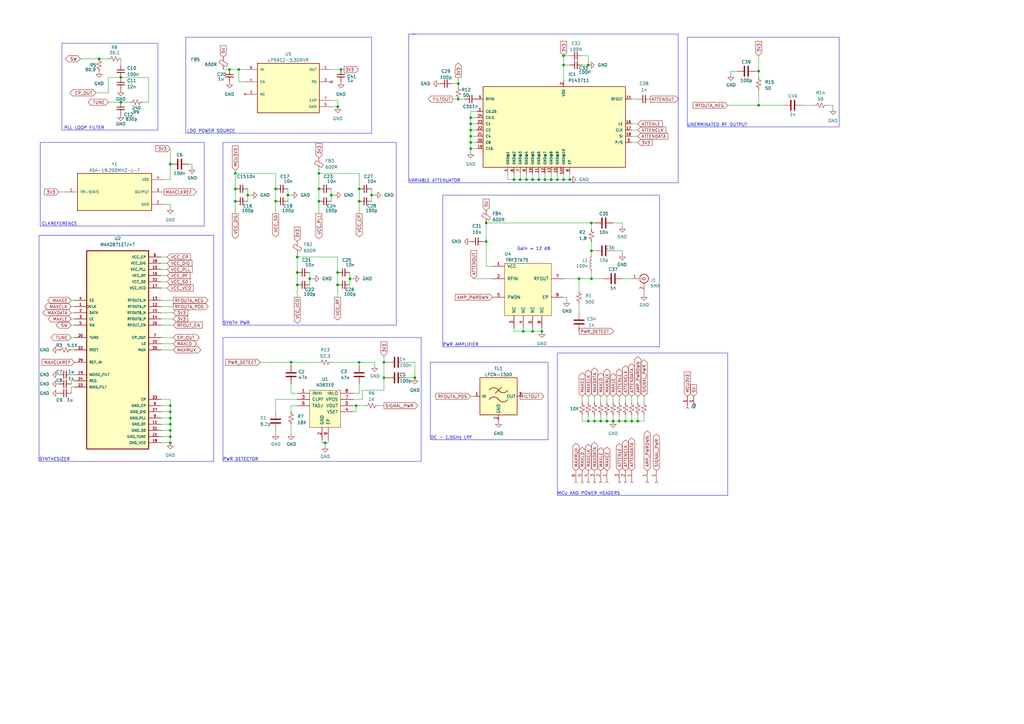
<source format=kicad_sch>
(kicad_sch (version 20230121) (generator eeschema)
  (paper "A3")
  (junction (at 193.04 58.42))
  (junction (at 138.43 111.76))
  (junction (at 248.92 172.72))
  (junction (at 256.54 172.72))
  (junction (at 133.35 181.61))
  (junction (at 97.9252 28.5038))
  (junction (at 138.5652 43.7438))
  (junction (at 251.46 172.72))
  (junction (at 218.44 135.89))
  (junction (at 231.14 22.86))
  (junction (at 139.8352 28.5038))
  (junction (at 242.57 114.3))
  (junction (at 254 172.72))
  (junction (at 146.05 166.37))
  (junction (at 241.3 26.67))
  (junction (at 157.48 154.94))
  (junction (at 223.52 73.66))
  (junction (at 311.15 43.18))
  (junction (at 228.6 73.66))
  (junction (at 199.39 99.06))
  (junction (at 193.04 48.26))
  (junction (at 69.85 171.45))
  (junction (at 311.15 29.21))
  (junction (at 113.03 77.47))
  (junction (at 152.4 80.01))
  (junction (at 135.89 80.01))
  (junction (at 69.85 67.31))
  (junction (at 121.92 116.84))
  (junction (at 226.06 73.66))
  (junction (at 220.98 73.66))
  (junction (at 246.38 172.72))
  (junction (at 187.96 40.64))
  (junction (at 69.85 179.07))
  (junction (at 69.85 166.37))
  (junction (at 243.84 172.72))
  (junction (at 49.53 31.75))
  (junction (at 96.52 77.47))
  (junction (at 69.85 168.91))
  (junction (at 199.39 91.44))
  (junction (at 210.82 73.66))
  (junction (at 193.04 60.96))
  (junction (at 113.03 82.55))
  (junction (at 96.52 71.12))
  (junction (at 69.85 173.99))
  (junction (at 193.04 53.34))
  (junction (at 215.9 73.66))
  (junction (at 193.04 50.8))
  (junction (at 187.96 34.29))
  (junction (at 147.32 77.47))
  (junction (at 241.3 172.72))
  (junction (at 222.25 135.89))
  (junction (at 49.53 41.91))
  (junction (at 127 114.3))
  (junction (at 147.32 82.55))
  (junction (at 193.04 55.88))
  (junction (at 237.49 114.3))
  (junction (at 101.6 80.01))
  (junction (at 213.36 73.66))
  (junction (at 130.81 71.12))
  (junction (at 259.08 172.72))
  (junction (at 233.68 73.66))
  (junction (at 118.11 80.01))
  (junction (at 170.18 154.94))
  (junction (at 40.64 24.13))
  (junction (at 69.85 176.53))
  (junction (at 143.51 114.3))
  (junction (at 157.48 148.59))
  (junction (at 130.81 77.47))
  (junction (at 231.14 73.66))
  (junction (at 214.63 135.89))
  (junction (at 242.57 102.87))
  (junction (at 130.81 82.55))
  (junction (at 218.44 73.66))
  (junction (at 119.38 148.59))
  (junction (at 121.92 111.76))
  (junction (at 96.52 82.55))
  (junction (at 242.57 91.44))
  (junction (at 138.43 116.84))
  (junction (at 94.1152 28.5038))
  (junction (at 261.62 172.72))
  (junction (at 147.32 148.59))
  (junction (at 231.14 26.67))
  (junction (at 69.85 181.61))
  (junction (at 121.92 105.41))
  (no_connect (at 136.0252 33.5838))
  (wire (pts (xy 241.3 162.56) (xy 241.3 165.1)))
  (wire (pts (xy 24.13 78.74) (xy 26.67 78.74)))
  (wire (pts (xy 193.04 48.26) (xy 195.58 48.26)))
  (wire (pts (xy 233.68 71.12) (xy 233.68 73.66)))
  (wire (pts (xy 255.27 91.44) (xy 255.27 92.71)))
  (wire (pts (xy 264.16 162.56) (xy 264.16 165.1)))
  (wire (pts (xy 220.98 73.66) (xy 223.52 73.66)))
  (wire (pts (xy 133.35 182.88) (xy 133.35 181.61)))
  (wire (pts (xy 130.81 71.12) (xy 130.81 77.47)))
  (wire (pts (xy 259.08 50.8) (xy 261.62 50.8)))
  (wire (pts (xy 299.72 29.21) (xy 299.72 30.48)))
  (wire (pts (xy 146.05 166.37) (xy 144.78 166.37)))
  (wire (pts (xy 113.03 77.47) (xy 113.03 71.12)))
  (wire (pts (xy 264.16 120.65) (xy 264.16 119.38)))
  (wire (pts (xy 222.25 137.16) (xy 222.25 135.89)))
  (wire (pts (xy 33.02 24.13) (xy 40.64 24.13)))
  (wire (pts (xy 309.88 29.21) (xy 311.15 29.21)))
  (wire (pts (xy 246.38 170.18) (xy 246.38 172.72)))
  (wire (pts (xy 49.53 31.75) (xy 44.45 31.75)))
  (wire (pts (xy 218.44 135.89) (xy 222.25 135.89)))
  (wire (pts (xy 238.76 22.86) (xy 241.3 22.86)))
  (wire (pts (xy 66.04 133.35) (xy 71.12 133.35)))
  (wire (pts (xy 144.78 168.91) (xy 146.05 168.91)))
  (wire (pts (xy 44.45 41.91) (xy 49.53 41.91)))
  (wire (pts (xy 66.04 173.99) (xy 69.85 173.99)))
  (wire (pts (xy 170.18 148.59) (xy 170.18 154.94)))
  (wire (pts (xy 251.46 91.44) (xy 255.27 91.44)))
  (wire (pts (xy 147.32 157.48) (xy 147.32 161.29)))
  (wire (pts (xy 254 162.56) (xy 254 165.1)))
  (wire (pts (xy 132.08 181.61) (xy 133.35 181.61)))
  (wire (pts (xy 255.27 102.87) (xy 255.27 104.14)))
  (wire (pts (xy 194.31 114.3) (xy 201.93 114.3)))
  (wire (pts (xy 66.04 166.37) (xy 69.85 166.37)))
  (wire (pts (xy 246.38 162.56) (xy 246.38 165.1)))
  (wire (pts (xy 243.84 102.87) (xy 242.57 102.87)))
  (polyline (pts (xy 16.51 58.42) (xy 83.82 58.42)))
  (wire (pts (xy 66.04 168.91) (xy 69.85 168.91)))
  (wire (pts (xy 130.81 77.47) (xy 130.81 82.55)))
  (wire (pts (xy 339.09 43.18) (xy 341.63 43.18)))
  (wire (pts (xy 241.3 172.72) (xy 243.84 172.72)))
  (wire (pts (xy 130.81 82.55) (xy 130.81 87.63)))
  (polyline (pts (xy 161.29 133.35) (xy 91.44 133.35)))
  (wire (pts (xy 259.08 170.18) (xy 259.08 172.72)))
  (wire (pts (xy 218.44 134.62) (xy 218.44 135.89)))
  (wire (pts (xy 154.94 166.37) (xy 157.48 166.37)))
  (wire (pts (xy 138.43 116.84) (xy 138.43 121.92)))
  (wire (pts (xy 69.85 83.82) (xy 69.85 85.09)))
  (wire (pts (xy 130.81 69.85) (xy 130.81 71.12)))
  (wire (pts (xy 40.64 24.13) (xy 44.45 24.13)))
  (polyline (pts (xy 16.51 58.42) (xy 16.51 92.71)))
  (wire (pts (xy 226.06 73.66) (xy 228.6 73.66)))
  (wire (pts (xy 119.38 173.99) (xy 119.38 177.8)))
  (wire (pts (xy 118.11 77.47) (xy 118.11 80.01)))
  (wire (pts (xy 66.04 113.03) (xy 68.58 113.03)))
  (wire (pts (xy 148.59 163.83) (xy 148.59 160.02)))
  (wire (pts (xy 78.74 67.31) (xy 78.74 68.58)))
  (wire (pts (xy 256.54 172.72) (xy 259.08 172.72)))
  (wire (pts (xy 69.85 176.53) (xy 69.85 179.07)))
  (wire (pts (xy 121.92 166.37) (xy 119.38 166.37)))
  (wire (pts (xy 215.9 73.66) (xy 218.44 73.66)))
  (wire (pts (xy 29.21 156.21) (xy 29.21 157.48)))
  (wire (pts (xy 256.54 162.56) (xy 256.54 165.1)))
  (wire (pts (xy 213.36 73.66) (xy 215.9 73.66)))
  (wire (pts (xy 341.63 44.45) (xy 341.63 43.18)))
  (wire (pts (xy 134.62 181.61) (xy 134.62 180.34)))
  (wire (pts (xy 187.96 34.29) (xy 187.96 35.56)))
  (wire (pts (xy 119.38 161.29) (xy 121.92 161.29)))
  (wire (pts (xy 193.04 53.34) (xy 193.04 55.88)))
  (wire (pts (xy 113.03 163.83) (xy 113.03 168.91)))
  (wire (pts (xy 246.38 172.72) (xy 248.92 172.72)))
  (wire (pts (xy 231.14 121.92) (xy 232.41 121.92)))
  (wire (pts (xy 226.06 71.12) (xy 226.06 73.66)))
  (wire (pts (xy 243.84 170.18) (xy 243.84 172.72)))
  (wire (pts (xy 136.0252 43.7438) (xy 138.5652 43.7438)))
  (wire (pts (xy 66.04 171.45) (xy 69.85 171.45)))
  (wire (pts (xy 251.46 162.56) (xy 251.46 165.1)))
  (wire (pts (xy 135.89 80.01) (xy 135.89 82.55)))
  (wire (pts (xy 97.9252 28.5038) (xy 100.4652 28.5038)))
  (wire (pts (xy 157.48 148.59) (xy 157.48 146.05)))
  (wire (pts (xy 185.42 40.64) (xy 187.96 40.64)))
  (wire (pts (xy 121.92 105.41) (xy 121.92 111.76)))
  (wire (pts (xy 136.0252 41.2038) (xy 138.5652 41.2038)))
  (polyline (pts (xy 83.82 92.71) (xy 69.85 92.71)))
  (wire (pts (xy 66.04 125.73) (xy 71.12 125.73)))
  (wire (pts (xy 49.53 24.13) (xy 49.53 26.67)))
  (wire (pts (xy 231.14 73.66) (xy 233.68 73.66)))
  (wire (pts (xy 66.04 181.61) (xy 69.85 181.61)))
  (wire (pts (xy 118.11 80.01) (xy 119.38 80.01)))
  (polyline (pts (xy 64.77 17.78) (xy 64.77 53.34)))
  (wire (pts (xy 259.08 162.56) (xy 259.08 165.1)))
  (wire (pts (xy 199.39 91.44) (xy 199.39 99.06)))
  (wire (pts (xy 67.31 73.66) (xy 69.85 73.66)))
  (wire (pts (xy 96.52 71.12) (xy 96.52 77.47)))
  (wire (pts (xy 157.48 160.02) (xy 157.48 154.94)))
  (wire (pts (xy 259.08 40.64) (xy 261.62 40.64)))
  (wire (pts (xy 121.92 116.84) (xy 121.92 121.92)))
  (wire (pts (xy 259.08 55.88) (xy 261.62 55.88)))
  (wire (pts (xy 44.45 31.75) (xy 44.45 38.1)))
  (wire (pts (xy 69.85 179.07) (xy 69.85 181.61)))
  (wire (pts (xy 113.03 77.47) (xy 113.03 82.55)))
  (wire (pts (xy 147.32 161.29) (xy 144.78 161.29)))
  (wire (pts (xy 210.82 134.62) (xy 210.82 135.89)))
  (wire (pts (xy 121.92 104.14) (xy 121.92 105.41)))
  (wire (pts (xy 158.75 148.59) (xy 157.48 148.59)))
  (wire (pts (xy 60.96 31.75) (xy 60.96 41.91)))
  (polyline (pts (xy 16.002 96.52) (xy 87.63 96.52)))
  (wire (pts (xy 237.49 114.3) (xy 242.57 114.3)))
  (wire (pts (xy 259.08 114.3) (xy 255.27 114.3)))
  (wire (pts (xy 67.31 83.82) (xy 69.85 83.82)))
  (wire (pts (xy 136.0252 28.5038) (xy 139.8352 28.5038)))
  (wire (pts (xy 208.28 73.66) (xy 210.82 73.66)))
  (wire (pts (xy 147.32 71.12) (xy 130.81 71.12)))
  (wire (pts (xy 66.04 176.53) (xy 69.85 176.53)))
  (wire (pts (xy 148.59 160.02) (xy 157.48 160.02)))
  (wire (pts (xy 147.32 148.59) (xy 153.67 148.59)))
  (wire (pts (xy 29.21 143.51) (xy 30.48 143.51)))
  (wire (pts (xy 242.57 114.3) (xy 242.57 111.76)))
  (wire (pts (xy 261.62 162.56) (xy 261.62 165.1)))
  (wire (pts (xy 210.82 73.66) (xy 213.36 73.66)))
  (wire (pts (xy 157.48 154.94) (xy 157.48 148.59)))
  (polyline (pts (xy 16.002 96.52) (xy 16.002 189.23)))
  (wire (pts (xy 152.4 80.01) (xy 152.4 82.55)))
  (wire (pts (xy 254 170.18) (xy 254 172.72)))
  (wire (pts (xy 139.8352 28.5038) (xy 141.1052 28.5038)))
  (wire (pts (xy 29.21 130.81) (xy 30.48 130.81)))
  (wire (pts (xy 238.76 172.72) (xy 241.3 172.72)))
  (wire (pts (xy 29.21 158.75) (xy 29.21 161.29)))
  (wire (pts (xy 29.21 153.67) (xy 30.48 153.67)))
  (wire (pts (xy 29.21 125.73) (xy 30.48 125.73)))
  (wire (pts (xy 66.04 128.27) (xy 71.12 128.27)))
  (wire (pts (xy 231.14 22.86) (xy 233.68 22.86)))
  (wire (pts (xy 213.36 71.12) (xy 213.36 73.66)))
  (wire (pts (xy 201.93 109.22) (xy 199.39 109.22)))
  (wire (pts (xy 135.89 77.47) (xy 135.89 80.01)))
  (wire (pts (xy 132.08 180.34) (xy 132.08 181.61)))
  (polyline (pts (xy 152.4 54.61) (xy 76.2 54.61)))
  (wire (pts (xy 241.3 22.86) (xy 241.3 26.67)))
  (wire (pts (xy 69.85 168.91) (xy 69.85 171.45)))
  (wire (pts (xy 261.62 170.18) (xy 261.62 172.72)))
  (wire (pts (xy 223.52 71.12) (xy 223.52 73.66)))
  (wire (pts (xy 311.15 43.18) (xy 298.45 43.18)))
  (wire (pts (xy 144.78 163.83) (xy 148.59 163.83)))
  (wire (pts (xy 251.46 170.18) (xy 251.46 172.72)))
  (wire (pts (xy 135.89 80.01) (xy 137.16 80.01)))
  (wire (pts (xy 166.37 154.94) (xy 170.18 154.94)))
  (wire (pts (xy 238.76 162.56) (xy 238.76 165.1)))
  (wire (pts (xy 251.46 172.72) (xy 254 172.72)))
  (wire (pts (xy 193.04 55.88) (xy 193.04 58.42)))
  (wire (pts (xy 237.49 124.46) (xy 237.49 128.27)))
  (polyline (pts (xy 64.77 53.34) (xy 25.4 53.34)))
  (wire (pts (xy 147.32 77.47) (xy 147.32 82.55)))
  (wire (pts (xy 135.89 148.59) (xy 147.32 148.59)))
  (wire (pts (xy 119.38 157.48) (xy 119.38 161.29)))
  (wire (pts (xy 242.57 91.44) (xy 242.57 93.98)))
  (wire (pts (xy 231.14 114.3) (xy 237.49 114.3)))
  (wire (pts (xy 259.08 53.34) (xy 261.62 53.34)))
  (wire (pts (xy 66.04 107.95) (xy 68.58 107.95)))
  (wire (pts (xy 101.6 80.01) (xy 102.87 80.01)))
  (wire (pts (xy 153.67 148.59) (xy 153.67 149.86)))
  (polyline (pts (xy 25.4 17.78) (xy 64.77 17.78)))
  (wire (pts (xy 311.15 36.83) (xy 311.15 43.18)))
  (wire (pts (xy 66.04 138.43) (xy 71.12 138.43)))
  (wire (pts (xy 147.32 77.47) (xy 147.32 71.12)))
  (wire (pts (xy 97.9252 33.5838) (xy 100.4652 33.5838)))
  (wire (pts (xy 29.21 156.21) (xy 30.48 156.21)))
  (wire (pts (xy 193.04 60.96) (xy 195.58 60.96)))
  (wire (pts (xy 29.21 133.35) (xy 30.48 133.35)))
  (wire (pts (xy 143.51 111.76) (xy 143.51 114.3)))
  (wire (pts (xy 138.5652 41.2038) (xy 138.5652 43.7438)))
  (wire (pts (xy 121.92 163.83) (xy 113.03 163.83)))
  (wire (pts (xy 195.58 45.72) (xy 193.04 45.72)))
  (wire (pts (xy 121.92 111.76) (xy 121.92 116.84)))
  (wire (pts (xy 66.04 110.49) (xy 68.58 110.49)))
  (wire (pts (xy 143.51 114.3) (xy 144.78 114.3)))
  (wire (pts (xy 193.04 50.8) (xy 195.58 50.8)))
  (wire (pts (xy 243.84 91.44) (xy 242.57 91.44)))
  (wire (pts (xy 259.08 172.72) (xy 261.62 172.72)))
  (wire (pts (xy 146.05 166.37) (xy 149.86 166.37)))
  (wire (pts (xy 264.16 170.18) (xy 264.16 172.72)))
  (wire (pts (xy 58.42 41.91) (xy 60.96 41.91)))
  (polyline (pts (xy 87.63 189.23) (xy 16.002 189.23)))
  (wire (pts (xy 66.04 179.07) (xy 69.85 179.07)))
  (wire (pts (xy 194.31 162.56) (xy 193.04 162.56)))
  (wire (pts (xy 69.85 163.83) (xy 69.85 166.37)))
  (wire (pts (xy 66.04 115.57) (xy 68.58 115.57)))
  (wire (pts (xy 193.04 58.42) (xy 195.58 58.42)))
  (wire (pts (xy 228.6 71.12) (xy 228.6 73.66)))
  (wire (pts (xy 238.76 26.67) (xy 241.3 26.67)))
  (wire (pts (xy 237.49 119.38) (xy 237.49 114.3)))
  (wire (pts (xy 66.04 105.41) (xy 68.58 105.41)))
  (wire (pts (xy 208.28 71.12) (xy 208.28 73.66)))
  (wire (pts (xy 187.96 31.75) (xy 187.96 34.29)))
  (polyline (pts (xy 162.56 58.42) (xy 162.56 133.35)))
  (wire (pts (xy 311.15 43.18) (xy 321.31 43.18)))
  (wire (pts (xy 248.92 170.18) (xy 248.92 172.72)))
  (wire (pts (xy 193.04 50.8) (xy 193.04 53.34)))
  (wire (pts (xy 311.15 29.21) (xy 311.15 22.86)))
  (wire (pts (xy 91.5752 28.5038) (xy 94.1152 28.5038)))
  (polyline (pts (xy 87.63 96.52) (xy 87.63 189.23)))
  (wire (pts (xy 69.85 171.45) (xy 69.85 173.99)))
  (wire (pts (xy 49.53 31.75) (xy 60.96 31.75)))
  (wire (pts (xy 166.37 148.59) (xy 170.18 148.59)))
  (wire (pts (xy 199.39 99.06) (xy 199.39 109.22)))
  (wire (pts (xy 158.75 154.94) (xy 157.48 154.94)))
  (wire (pts (xy 152.4 80.01) (xy 153.67 80.01)))
  (wire (pts (xy 97.9252 28.5038) (xy 97.9252 33.5838)))
  (wire (pts (xy 138.43 105.41) (xy 121.92 105.41)))
  (wire (pts (xy 193.04 45.72) (xy 193.04 48.26)))
  (wire (pts (xy 152.4 77.47) (xy 152.4 80.01)))
  (wire (pts (xy 231.14 22.86) (xy 231.14 26.67)))
  (wire (pts (xy 94.1152 28.5038) (xy 97.9252 28.5038)))
  (polyline (pts (xy 76.2 54.61) (xy 76.2 15.24)))
  (wire (pts (xy 146.05 168.91) (xy 146.05 166.37)))
  (wire (pts (xy 69.85 173.99) (xy 69.85 176.53)))
  (wire (pts (xy 119.38 148.59) (xy 130.81 148.59)))
  (polyline (pts (xy 83.82 58.42) (xy 83.82 92.71)))
  (wire (pts (xy 228.6 73.66) (xy 231.14 73.66)))
  (wire (pts (xy 66.04 163.83) (xy 69.85 163.83)))
  (wire (pts (xy 238.76 170.18) (xy 238.76 172.72)))
  (polyline (pts (xy 64.77 92.71) (xy 69.85 92.71)))
  (wire (pts (xy 49.53 41.91) (xy 53.34 41.91)))
  (wire (pts (xy 243.84 172.72) (xy 246.38 172.72)))
  (wire (pts (xy 143.51 114.3) (xy 143.51 116.84)))
  (polyline (pts (xy 161.29 58.42) (xy 162.56 58.42)))
  (wire (pts (xy 220.98 71.12) (xy 220.98 73.66)))
  (polyline (pts (xy 167.64 74.93) (xy 167.64 13.97)))
  (wire (pts (xy 251.46 102.87) (xy 255.27 102.87)))
  (wire (pts (xy 218.44 71.12) (xy 218.44 73.66)))
  (wire (pts (xy 214.63 162.56) (xy 213.36 162.56)))
  (wire (pts (xy 242.57 104.14) (xy 242.57 102.87)))
  (wire (pts (xy 96.52 82.55) (xy 96.52 87.63)))
  (wire (pts (xy 127 111.76) (xy 127 114.3)))
  (wire (pts (xy 193.04 60.96) (xy 193.04 62.23)))
  (wire (pts (xy 243.84 162.56) (xy 243.84 165.1)))
  (wire (pts (xy 222.25 135.89) (xy 222.25 134.62)))
  (wire (pts (xy 101.6 77.47) (xy 101.6 80.01)))
  (polyline (pts (xy 25.4 17.78) (xy 25.4 53.34)))
  (wire (pts (xy 193.04 55.88) (xy 195.58 55.88)))
  (wire (pts (xy 113.03 71.12) (xy 96.52 71.12)))
  (wire (pts (xy 247.65 114.3) (xy 242.57 114.3)))
  (wire (pts (xy 29.21 138.43) (xy 30.48 138.43)))
  (polyline (pts (xy 278.13 13.97) (xy 278.13 74.93)))
  (polyline (pts (xy 167.64 13.97) (xy 170.18 13.97)))
  (wire (pts (xy 187.96 40.64) (xy 190.5 40.64)))
  (wire (pts (xy 214.63 135.89) (xy 218.44 135.89)))
  (wire (pts (xy 215.9 71.12) (xy 215.9 73.66)))
  (wire (pts (xy 218.44 73.66) (xy 220.98 73.66)))
  (wire (pts (xy 248.92 172.72) (xy 251.46 172.72)))
  (wire (pts (xy 69.85 67.31) (xy 69.85 73.66)))
  (wire (pts (xy 29.21 123.19) (xy 30.48 123.19)))
  (wire (pts (xy 302.26 29.21) (xy 299.72 29.21)))
  (wire (pts (xy 185.42 34.29) (xy 187.96 34.29)))
  (wire (pts (xy 231.14 26.67) (xy 233.68 26.67)))
  (wire (pts (xy 223.52 73.66) (xy 226.06 73.66)))
  (wire (pts (xy 147.32 82.55) (xy 147.32 87.63)))
  (wire (pts (xy 193.04 48.26) (xy 193.04 50.8)))
  (wire (pts (xy 133.35 181.61) (xy 134.62 181.61)))
  (wire (pts (xy 66.04 140.97) (xy 71.12 140.97)))
  (polyline (pts (xy 76.2 15.24) (xy 152.4 15.24)))
  (wire (pts (xy 77.47 67.31) (xy 78.74 67.31)))
  (wire (pts (xy 231.14 21.59) (xy 231.14 22.86)))
  (wire (pts (xy 328.93 43.18) (xy 334.01 43.18)))
  (wire (pts (xy 256.54 170.18) (xy 256.54 172.72)))
  (wire (pts (xy 30.48 158.75) (xy 29.21 158.75)))
  (wire (pts (xy 66.04 123.19) (xy 71.12 123.19)))
  (wire (pts (xy 127 114.3) (xy 128.27 114.3)))
  (polyline (pts (xy 278.13 74.93) (xy 167.64 74.93)))
  (wire (pts (xy 66.04 118.11) (xy 68.58 118.11)))
  (wire (pts (xy 259.08 58.42) (xy 261.62 58.42)))
  (wire (pts (xy 66.04 130.81) (xy 71.12 130.81)))
  (wire (pts (xy 231.14 26.67) (xy 231.14 33.02)))
  (wire (pts (xy 214.63 134.62) (xy 214.63 135.89)))
  (polyline (pts (xy 91.44 58.42) (xy 91.44 133.35)))
  (wire (pts (xy 248.92 162.56) (xy 248.92 165.1)))
  (wire (pts (xy 113.03 177.8) (xy 113.03 176.53)))
  (wire (pts (xy 69.85 60.96) (xy 69.85 67.31)))
  (wire (pts (xy 261.62 172.72) (xy 264.16 172.72)))
  (wire (pts (xy 96.52 69.85) (xy 96.52 71.12)))
  (wire (pts (xy 311.15 29.21) (xy 311.15 31.75)))
  (wire (pts (xy 232.41 121.92) (xy 232.41 123.19)))
  (wire (pts (xy 66.04 143.51) (xy 71.12 143.51)))
  (wire (pts (xy 242.57 99.06) (xy 242.57 102.87)))
  (polyline (pts (xy 161.29 133.35) (xy 162.56 133.35)))
  (wire (pts (xy 193.04 53.34) (xy 195.58 53.34)))
  (wire (pts (xy 119.38 148.59) (xy 119.38 149.86)))
  (polyline (pts (xy 91.44 58.42) (xy 161.29 58.42)))
  (polyline (pts (xy 64.77 92.71) (xy 16.51 92.71)))
  (wire (pts (xy 193.04 58.42) (xy 193.04 60.96)))
  (wire (pts (xy 96.52 77.47) (xy 96.52 82.55)))
  (wire (pts (xy 119.38 166.37) (xy 119.38 168.91)))
  (wire (pts (xy 210.82 71.12) (xy 210.82 73.66)))
  (polyline (pts (xy 152.4 15.24) (xy 152.4 54.61)))
  (wire (pts (xy 199.39 91.44) (xy 242.57 91.44)))
  (wire (pts (xy 44.45 38.1) (xy 39.37 38.1)))
  (wire (pts (xy 138.43 111.76) (xy 138.43 105.41)))
  (wire (pts (xy 106.68 148.59) (xy 119.38 148.59)))
  (wire (pts (xy 138.43 111.76) (xy 138.43 116.84)))
  (wire (pts (xy 101.6 80.01) (xy 101.6 82.55)))
  (wire (pts (xy 241.3 170.18) (xy 241.3 172.72)))
  (wire (pts (xy 118.11 80.01) (xy 118.11 82.55)))
  (wire (pts (xy 210.82 135.89) (xy 214.63 135.89)))
  (wire (pts (xy 29.21 128.27) (xy 30.48 128.27)))
  (wire (pts (xy 231.14 71.12) (xy 231.14 73.66)))
  (wire (pts (xy 254 172.72) (xy 256.54 172.72)))
  (wire (pts (xy 69.85 166.37) (xy 69.85 168.91)))
  (wire (pts (xy 147.32 148.59) (xy 147.32 149.86)))
  (wire (pts (xy 127 114.3) (xy 127 116.84)))
  (wire (pts (xy 198.12 99.06) (xy 199.39 99.06)))
  (polyline (pts (xy 168.91 13.97) (xy 278.13 13.97)))
  (wire (pts (xy 113.03 82.55) (xy 113.03 87.63)))
  (rectangle (start 176.53 148.59) (end 224.79 180.34))
  (rectangle (start 281.94 15.24) (end 344.17 52.07))
  (rectangle (start 91.44 138.43) (end 172.72 189.23))
  (rectangle (start 181.61 80.01) (end 270.51 142.24))
  (rectangle (start 228.6 144.78) (end 298.45 203.2))
  (text "DC - 1.5GHz LPF" (at 176.53 180.34 0) (effects (font (size 1.27 1.27)) (justify left bottom)))
  (text "MCU AND POWER HEADERS" (at 228.6 203.2 0) (effects (font (size 1.27 1.27)) (justify left bottom)))
  (text "LDO POWER SOURCE" (at 76.6805 54.61 0) (effects (font (size 1.27 1.27)) (justify left bottom)))
  (text "UNERMINATED RF OUTPUT" (at 281.94 52.07 0) (effects (font (size 1.27 1.27)) (justify left bottom)))
  (text "SYNTH PWR" (at 91.44 133.35 0) (effects (font (size 1.27 1.27)) (justify left bottom)))
  (text "VARIABLE ATTENUATOR\n" (at 167.64 74.93 0) (effects (font (size 1.27 1.27)) (justify left bottom)))
  (text "Gain = 12 dB" (at 212.09 102.87 0) (effects (font (size 1.27 1.27)) (justify left bottom)))
  (text "PWR DETECTOR" (at 91.44 189.23 0) (effects (font (size 1.27 1.27)) (justify left bottom)))
  (text "PWR AMPLIFIER" (at 181.61 142.24 0) (effects (font (size 1.27 1.27)) (justify left bottom)))
  (text "CLKREFERENCE" (at 31.75 92.71 0) (effects (font (size 1.27 1.27)) (justify right bottom)))
  (text "PLL LOOP FILTER" (at 26.2733 53.34 0) (effects (font (size 1.27 1.27)) (justify left bottom)))
  (text "SYNTHESIZER" (at 16.002 189.23 0) (effects (font (size 1.27 1.27)) (justify left bottom)))
  (global_label "MAXMUX" (shape bidirectional) (at 236.22 193.04 90) (property "Intersheetrefs" "${INTERSHEET_REFS}" (effects hide)))
  (global_label "RFOUTA_NEG" (shape input) (at 298.45 43.18 180) (property "Intersheetrefs" "${INTERSHEET_REFS}" (effects hide)))
  (global_label "MAXMUX" (shape bidirectional) (at 248.92 162.56 90) (property "Intersheetrefs" "${INTERSHEET_REFS}" (effects hide)))
  (global_label "VCC_DIG" (shape output) (at 96.52 87.63 270) (property "Intersheetrefs" "${INTERSHEET_REFS}" (effects hide)))
  (global_label "AMP_PWRDWN" (shape bidirectional) (at 265.43 193.04 90) (property "Intersheetrefs" "${INTERSHEET_REFS}" (effects hide)))
  (global_label "5V" (shape input) (at 284.48 162.56 90) (property "Intersheetrefs" "${INTERSHEET_REFS}" (effects hide)))
  (global_label "ATTENCLK" (shape bidirectional) (at 256.54 193.04 90) (property "Intersheetrefs" "${INTERSHEET_REFS}" (effects hide)))
  (global_label "MAXCLK" (shape bidirectional) (at 29.21 125.73 180) (property "Intersheetrefs" "${INTERSHEET_REFS}" (effects hide)))
  (global_label "MAXCLK" (shape bidirectional) (at 241.3 193.04 90) (property "Intersheetrefs" "${INTERSHEET_REFS}" (effects hide)))
  (global_label "MCU3V3" (shape input) (at 96.52 69.85 90) (property "Intersheetrefs" "${INTERSHEET_REFS}" (effects hide)))
  (global_label "AMP_PWRDWN" (shape bidirectional) (at 261.62 162.56 90) (property "Intersheetrefs" "${INTERSHEET_REFS}" (effects hide)))
  (global_label "3V3" (shape input) (at 24.13 78.74 180) (property "Intersheetrefs" "${INTERSHEET_REFS}" (effects hide)))
  (global_label "3V3" (shape output) (at 141.1052 28.5038 0) (property "Intersheetrefs" "${INTERSHEET_REFS}" (effects hide)))
  (global_label "MAXMUX" (shape bidirectional) (at 71.12 143.51 0) (property "Intersheetrefs" "${INTERSHEET_REFS}" (effects hide)))
  (global_label "MAXCLKREF" (shape input) (at 30.48 148.59 180) (property "Intersheetrefs" "${INTERSHEET_REFS}" (effects hide)))
  (global_label "3V3" (shape input) (at 231.14 22.86 90) (property "Intersheetrefs" "${INTERSHEET_REFS}" (effects hide)))
  (global_label "VCC_RF" (shape output) (at 138.43 121.92 270) (property "Intersheetrefs" "${INTERSHEET_REFS}" (effects hide)))
  (global_label "MAXLE" (shape bidirectional) (at 29.21 130.81 180) (property "Intersheetrefs" "${INTERSHEET_REFS}" (effects hide)))
  (global_label "SIGNAL_PWR" (shape bidirectional) (at 269.24 193.04 90) (property "Intersheetrefs" "${INTERSHEET_REFS}" (effects hide)))
  (global_label "RFOUTA_POS" (shape output) (at 71.12 125.73 0) (property "Intersheetrefs" "${INTERSHEET_REFS}" (effects hide)))
  (global_label "ATTENLE" (shape bidirectional) (at 254 162.56 90) (property "Intersheetrefs" "${INTERSHEET_REFS}" (effects hide)))
  (global_label "VCC_VCO" (shape input) (at 68.58 118.11 0) (property "Intersheetrefs" "${INTERSHEET_REFS}" (effects hide)))
  (global_label "MAXCE" (shape bidirectional) (at 29.21 123.19 180) (property "Intersheetrefs" "${INTERSHEET_REFS}" (effects hide)))
  (global_label "RFOUT_EN" (shape input) (at 71.12 133.35 0) (property "Intersheetrefs" "${INTERSHEET_REFS}" (effects hide)))
  (global_label "CP_OUT" (shape bidirectional) (at 39.37 38.1 180) (property "Intersheetrefs" "${INTERSHEET_REFS}" (effects hide)))
  (global_label "VCC_RF" (shape input) (at 68.58 113.03 0) (property "Intersheetrefs" "${INTERSHEET_REFS}" (effects hide)))
  (global_label "TUNE" (shape bidirectional) (at 29.21 138.43 180) (property "Intersheetrefs" "${INTERSHEET_REFS}" (effects hide)))
  (global_label "ATTENCLK" (shape bidirectional) (at 256.54 162.56 90) (property "Intersheetrefs" "${INTERSHEET_REFS}" (effects hide)))
  (global_label "CP_OUT" (shape bidirectional) (at 71.12 138.43 0) (property "Intersheetrefs" "${INTERSHEET_REFS}" (effects hide)))
  (global_label "TUNE" (shape bidirectional) (at 44.45 41.91 180) (property "Intersheetrefs" "${INTERSHEET_REFS}" (effects hide)))
  (global_label "ATTENOUT" (shape input) (at 194.31 114.3 90) (property "Intersheetrefs" "${INTERSHEET_REFS}" (effects hide)))
  (global_label "VCC_DIG" (shape input) (at 68.58 107.95 0) (property "Intersheetrefs" "${INTERSHEET_REFS}" (effects hide)))
  (global_label "3V3" (shape output) (at 187.96 31.75 90) (property "Intersheetrefs" "${INTERSHEET_REFS}" (effects hide)))
  (global_label "MAXCE" (shape bidirectional) (at 238.76 162.56 90) (property "Intersheetrefs" "${INTERSHEET_REFS}" (effects hide)))
  (global_label "ATTENLE" (shape bidirectional) (at 254 193.04 90) (property "Intersheetrefs" "${INTERSHEET_REFS}" (effects hide)))
  (global_label "MAXLE" (shape bidirectional) (at 246.38 193.04 90) (property "Intersheetrefs" "${INTERSHEET_REFS}" (effects hide)))
  (global_label "AMP_PWRDWN" (shape input) (at 201.93 121.92 180) (property "Intersheetrefs" "${INTERSHEET_REFS}" (effects hide)))
  (global_label "MAXLE" (shape bidirectional) (at 251.46 162.56 90) (property "Intersheetrefs" "${INTERSHEET_REFS}" (effects hide)))
  (global_label "FILTOUT" (shape output) (at 185.42 40.64 180) (property "Intersheetrefs" "${INTERSHEET_REFS}" (effects hide)))
  (global_label "SIGNAL_PWR" (shape bidirectional) (at 264.16 162.56 90) (property "Intersheetrefs" "${INTERSHEET_REFS}" (effects hide)))
  (global_label "FILTOUT" (shape output) (at 213.36 162.56 0) (property "Intersheetrefs" "${INTERSHEET_REFS}" (effects hide)))
  (global_label "5V" (shape input) (at 91.5752 23.4238 90) (property "Intersheetrefs" "${INTERSHEET_REFS}" (effects hide)))
  (global_label "VCC_VCO" (shape output) (at 121.92 121.92 270) (property "Intersheetrefs" "${INTERSHEET_REFS}" (effects hide)))
  (global_label "ATTENDATA" (shape bidirectional) (at 259.08 162.56 90) (property "Intersheetrefs" "${INTERSHEET_REFS}" (effects hide)))
  (global_label "VCC_SD" (shape output) (at 113.03 87.63 270) (property "Intersheetrefs" "${INTERSHEET_REFS}" (effects hide)))
  (global_label "MAXLD" (shape bidirectional) (at 238.76 193.04 90) (property "Intersheetrefs" "${INTERSHEET_REFS}" (effects hide)))
  (global_label "3V3" (shape input) (at 71.12 128.27 0) (property "Intersheetrefs" "${INTERSHEET_REFS}" (effects hide)))
  (global_label "VCC_PLL" (shape output) (at 130.81 87.63 270) (property "Intersheetrefs" "${INTERSHEET_REFS}" (effects hide)))
  (global_label "MAXCLKREF" (shape output) (at 67.31 78.74 0) (property "Intersheetrefs" "${INTERSHEET_REFS}" (effects hide)))
  (global_label "SW" (shape bidirectional) (at 29.21 133.35 180) (property "Intersheetrefs" "${INTERSHEET_REFS}" (effects hide)))
  (global_label "MAXDATA" (shape bidirectional) (at 29.21 128.27 180) (property "Intersheetrefs" "${INTERSHEET_REFS}" (effects hide)))
  (global_label "3V3" (shape input) (at 121.92 99.06 90) (property "Intersheetrefs" "${INTERSHEET_REFS}" (effects hide)))
  (global_label "3V3" (shape input) (at 261.62 58.42 0) (property "Intersheetrefs" "${INTERSHEET_REFS}" (effects hide)))
  (global_label "ATTENDATA" (shape input) (at 261.62 55.88 0) (property "Intersheetrefs" "${INTERSHEET_REFS}" (effects hide)))
  (global_label "MAXLD" (shape bidirectional) (at 246.38 162.56 90) (property "Intersheetrefs" "${INTERSHEET_REFS}" (effects hide)))
  (global_label "3V3" (shape input) (at 311.15 22.86 90) (property "Intersheetrefs" "${INTERSHEET_REFS}" (effects hide)))
  (global_label "MAXCE" (shape bidirectional) (at 248.92 193.04 90) (property "Intersheetrefs" "${INTERSHEET_REFS}" (effects hide)))
  (global_label "RFOUTA_POS" (shape input) (at 193.04 162.56 180) (property "Intersheetrefs" "${INTERSHEET_REFS}" (effects hide)))
  (global_label "MAXDATA" (shape bidirectional) (at 243.84 162.56 90) (property "Intersheetrefs" "${INTERSHEET_REFS}" (effects hide)))
  (global_label "SW" (shape bidirectional) (at 33.02 24.13 180) (property "Intersheetrefs" "${INTERSHEET_REFS}" (effects hide)))
  (global_label "MCU3V3" (shape input) (at 281.94 162.56 90) (property "Intersheetrefs" "${INTERSHEET_REFS}" (effects hide)))
  (global_label "3V3" (shape input) (at 69.85 60.96 180) (property "Intersheetrefs" "${INTERSHEET_REFS}" (effects hide)))
  (global_label "VCC_PLL" (shape input) (at 68.58 110.49 0) (property "Intersheetrefs" "${INTERSHEET_REFS}" (effects hide)))
  (global_label "PWR_DETECT" (shape output) (at 237.49 135.89 0) (property "Intersheetrefs" "${INTERSHEET_REFS}" (effects hide)))
  (global_label "RFOUTA_NEG" (shape output) (at 71.12 123.19 0) (property "Intersheetrefs" "${INTERSHEET_REFS}" (effects hide)))
  (global_label "3V3" (shape input) (at 130.81 64.77 90) (property "Intersheetrefs" "${INTERSHEET_REFS}" (effects hide)))
  (global_label "MAXLD" (shape bidirectional) (at 71.12 140.97 0) (property "Intersheetrefs" "${INTERSHEET_REFS}" (effects hide)))
  (global_label "MAXCLK" (shape bidirectional) (at 241.3 162.56 90) (property "Intersheetrefs" "${INTERSHEET_REFS}" (effects hide)))
  (global_label "PWR_DETECT" (shape input) (at 106.68 148.59 180) (property "Intersheetrefs" "${INTERSHEET_REFS}" (effects hide)))
  (global_label "SIGNAL_PWR" (shape output) (at 157.48 166.37 0) (property "Intersheetrefs" "${INTERSHEET_REFS}" (effects hide)))
  (global_label "5V" (shape input) (at 199.39 86.36 90) (property "Intersheetrefs" "${INTERSHEET_REFS}" (effects hide)))
  (global_label "3V3" (shape input) (at 157.48 146.05 90) (property "Intersheetrefs" "${INTERSHEET_REFS}" (effects hide)))
  (global_label "ATTENCLK" (shape input) (at 261.62 53.34 0) (property "Intersheetrefs" "${INTERSHEET_REFS}" (effects hide)))
  (global_label "MAXDATA" (shape bidirectional) (at 243.84 193.04 90) (property "Intersheetrefs" "${INTERSHEET_REFS}" (effects hide)))
  (global_label "ATTENLE" (shape input) (at 261.62 50.8 0) (property "Intersheetrefs" "${INTERSHEET_REFS}" (effects hide)))
  (global_label "3V3" (shape input) (at 71.12 130.81 0) (property "Intersheetrefs" "${INTERSHEET_REFS}" (effects hide)))
  (global_label "VCC_CP" (shape input) (at 68.58 105.41 0) (property "Intersheetrefs" "${INTERSHEET_REFS}" (effects hide)))
  (global_label "ATTENOUT" (shape output) (at 266.7 40.64 0) (property "Intersheetrefs" "${INTERSHEET_REFS}" (effects hide)))
  (global_label "VCC_SD" (shape input) (at 68.58 115.57 0) (property "Intersheetrefs" "${INTERSHEET_REFS}" (effects hide)))
  (global_label "VCC_CP" (shape output) (at 147.32 87.63 270) (property "Intersheetrefs" "${INTERSHEET_REFS}" (effects hide)))
  (global_label "ATTENDATA" (shape bidirectional) (at 259.08 193.04 90) (property "Intersheetrefs" "${INTERSHEET_REFS}" (effects hide)))
  (symbol (lib_id "Device:FerriteBead_Small") (at 121.92 101.6 0) (unit 1)
    (property "Reference" "FB2" (at 124.46 100.2918 0) (effects (justify left)))
    (property "Value" "600R" (at 124.46 102.8318 0) (effects (justify left)))
    (property "Footprint" "BLM03HD331SZ1D:BEADC0603X33N" (effects hide))
  )
  (symbol (lib_id "Device:C") (at 73.66 67.31 270) (unit 1)
    (property "Reference" "C6" (at 73.66 63.5 90))
    (property "Value" "100n" (at 73.66 71.12 90))
    (property "Footprint" "Capacitor_SMD:C_0402_1005Metric" (effects hide))
  )
  (symbol (lib_id "Device:R_Small_US") (at 237.49 121.92 0) (unit 1)
    (property "Reference" "R1" (at 240.03 121.2849 0) (effects (justify left)))
    (property "Value" "500" (at 240.03 123.8249 0) (effects (justify left)))
    (property "Footprint" "Resistor_SMD:R_0402_1005Metric" (effects hide))
  )
  (symbol (lib_id "Device:C_Small") (at 26.67 157.48 90) (unit 1)
    (property "Reference" "C8" (at 24.3631 156.0317 90))
    (property "Value" "1u" (at 29.2243 155.1491 90))
    (property "Footprint" "Capacitor_SMD:C_0402_1005Metric" (effects hide))
  )
  (symbol (lib_id "ASA-19.200MHZ-L-T:ASA-19.200MHZ-L-T") (at 46.99 78.74 0) (unit 1)
    (property "Reference" "Y1" (at 46.99 67.31 0))
    (property "Value" "ASA-19.200MHZ-L-T" (at 46.99 69.85 0))
    (property "Footprint" "ASA-19.200MHZ-L-T:XTAL_ASA-19.200MHZ-L-T" (effects hide))
    (property "PARTREV" "01.24.14" (effects hide))
    (property "STANDARD" "Manufacturer Recommendations" (effects hide))
    (property "MAXIMUM_PACKAGE_HEIGHT" "0.8 mm" (effects hide))
    (property "MANUFACTURER" "Abracon" (effects hide))
    (property "SNAPEDA_PN" "ASA-19.200MHZ-L-T" (effects hide))
  )
  (symbol (lib_id "power:GND") (at 119.38 177.8 0) (unit 1)
    (property "Reference" "#PWR02" (effects hide))
    (property "Value" "GND" (at 119.507 182.1942 0))
  )
  (symbol (lib_id "power:GND") (at 180.34 34.29 270) (unit 1)
    (property "Reference" "#PWR027" (effects hide))
    (property "Value" "GND" (at 176.53 34.2899 90) (effects (justify right)))
  )
  (symbol (lib_id "Device:R_Small_US") (at 251.46 167.64 0) (unit 1)
    (property "Reference" "R18" (effects hide))
    (property "Value" "10K" (effects hide))
    (property "Footprint" "Resistor_SMD:R_0402_1005Metric" (effects hide))
  )
  (symbol (lib_id "power:GND") (at 144.78 114.3 90) (unit 1)
    (property "Reference" "#PWR025" (effects hide))
    (property "Value" "GND" (at 148.59 114.2999 90) (effects (justify right)))
  )
  (symbol (lib_id "Device:C_Small") (at 99.06 77.47 270) (mirror x) (unit 1)
    (property "Reference" "C15" (at 99.06 72.39 90))
    (property "Value" "10n" (at 102.87 72.39 90))
    (property "Footprint" "Capacitor_SMD:C_0402_1005Metric" (effects hide))
  )
  (symbol (lib_id "Device:C_Small") (at 140.97 111.76 90) (unit 1)
    (property "Reference" "C25" (at 142.24 106.68 90))
    (property "Value" "10n" (at 143.6071 108.6459 90))
    (property "Footprint" "Capacitor_SMD:C_0402_1005Metric" (effects hide))
  )
  (symbol (lib_id "Device:R_Small_US") (at 336.55 43.18 90) (unit 1)
    (property "Reference" "R14" (at 336.55 38.1 90))
    (property "Value" "50" (at 336.55 40.64 90))
    (property "Footprint" "Resistor_SMD:R_0402_1005Metric" (effects hide))
  )
  (symbol (lib_id "power:GND") (at 204.47 172.72 0) (unit 1)
    (property "Reference" "#PWR037" (effects hide))
    (property "Value" "GND" (at 204.47 177.8 0))
  )
  (symbol (lib_id "Device:C") (at 325.12 43.18 270) (unit 1)
    (property "Reference" "C40" (at 325.12 39.37 90))
    (property "Value" "1n" (at 325.12 46.99 90))
    (property "Footprint" "Capacitor_SMD:C_0402_1005Metric" (effects hide))
  )
  (symbol (lib_id "Device:R_Small_US") (at 256.54 167.64 0) (unit 1)
    (property "Reference" "R20" (effects hide))
    (property "Value" "10K" (effects hide))
    (property "Footprint" "Resistor_SMD:R_0402_1005Metric" (effects hide))
  )
  (symbol (lib_id "power:GND") (at 24.13 161.29 270) (unit 1)
    (property "Reference" "#PWR09" (effects hide))
    (property "Value" "GND" (at 20.32 161.2899 90) (effects (justify right)))
  )
  (symbol (lib_id "Device:C_Small") (at 149.86 77.47 90) (unit 1)
    (property "Reference" "C27" (at 151.13 72.39 90))
    (property "Value" "10n" (at 152.4971 74.3559 90))
    (property "Footprint" "Capacitor_SMD:C_0402_1005Metric" (effects hide))
  )
  (symbol (lib_id "power:GND") (at 113.03 177.8 0) (unit 1)
    (property "Reference" "#PWR01" (effects hide))
    (property "Value" "GND" (at 113.157 182.1942 0))
  )
  (symbol (lib_id "power:GND") (at 138.5652 43.7438 0) (unit 1)
    (property "Reference" "#PWR020" (effects hide))
    (property "Value" "GND" (at 138.5652 48.632 0))
  )
  (symbol (lib_id "power:GND") (at 24.13 157.48 270) (unit 1)
    (property "Reference" "#PWR08" (effects hide))
    (property "Value" "GND" (at 20.32 157.4799 90) (effects (justify right)))
  )
  (symbol (lib_id "Device:C_Small") (at 49.53 34.29 0) (unit 1)
    (property "Reference" "C11" (at 52.07 33.0262 0) (effects (justify left)))
    (property "Value" "12n" (at 52.07 35.5662 0) (effects (justify left)))
    (property "Footprint" "Capacitor_SMD:C_0402_1005Metric" (effects hide))
  )
  (symbol (lib_id "RF_Filter:LFCN-1500") (at 204.47 162.56 0) (unit 1)
    (property "Reference" "FL1" (at 204.47 151.13 0))
    (property "Value" "LFCN-1500" (at 204.47 153.67 0))
    (property "Footprint" "Filter:Filter_Mini-Circuits_FV1206" (effects hide))
    (property "Datasheet" "https://www.minicircuits.com/pdfs/LFCN-1500+.pdf" (effects hide))
  )
  (symbol (lib_id "Device:C_Small") (at 49.53 29.21 0) (unit 1)
    (property "Reference" "C10" (at 52.07 27.9462 0) (effects (justify left)))
    (property "Value" "100n" (at 52.07 30.4862 0) (effects (justify left)))
    (property "Footprint" "Capacitor_SMD:C_0402_1005Metric" (effects hide))
  )
  (symbol (lib_id "Device:C_Small") (at 149.86 82.55 90) (unit 1)
    (property "Reference" "C28" (at 152.4017 84.4663 90))
    (property "Value" "100p" (at 152.4 86.36 90))
    (property "Footprint" "Capacitor_SMD:C_0402_1005Metric" (effects hide))
  )
  (symbol (lib_id "Connector:Conn_01x01_Socket") (at 265.43 198.12 270) (unit 1)
    (property "Reference" "J7" (effects hide))
    (property "Value" "Conn_01x01_Socket" (effects hide))
    (property "Footprint" "Connector_PinHeader_2.54mm:PinHeader_1x01_P2.54mm_Vertical" (effects hide))
  )
  (symbol (lib_id "power:GND") (at 102.87 80.01 90) (unit 1)
    (property "Reference" "#PWR017" (effects hide))
    (property "Value" "GND" (at 106.68 80.0099 90) (effects (justify right)))
  )
  (symbol (lib_id "Device:C") (at 119.38 153.67 0) (unit 1)
    (property "Reference" "C2" (at 122.301 152.5016 0) (effects (justify left)))
    (property "Value" "47n" (at 122.301 154.813 0) (effects (justify left)))
    (property "Footprint" "Capacitor_SMD:C_0402_1005Metric" (effects hide))
  )
  (symbol (lib_id "Device:C_Small") (at 195.58 99.06 90) (unit 1)
    (property "Reference" "C31" (at 195.5863 92.71 90))
    (property "Value" "10n" (at 195.5863 95.25 90))
    (property "Footprint" "Capacitor_SMD:C_0402_1005Metric" (effects hide))
  )
  (symbol (lib_id "Device:C") (at 162.56 148.59 270) (unit 1)
    (property "Reference" "C4" (at 165.1 147.32 90))
    (property "Value" "100n" (at 166.37 149.86 90))
    (property "Footprint" "Capacitor_SMD:C_0402_1005Metric" (effects hide))
  )
  (symbol (lib_id "Connector:Conn_01x01_Socket") (at 269.24 198.12 270) (unit 1)
    (property "Reference" "J8" (effects hide))
    (property "Value" "Conn_01x01_Socket" (effects hide))
    (property "Footprint" "Connector_PinHeader_2.54mm:PinHeader_1x01_P2.54mm_Vertical" (effects hide))
  )
  (symbol (lib_id "Device:C_Small") (at 49.53 44.45 0) (unit 1)
    (property "Reference" "C12" (at 50.8 46.99 0) (effects (justify left)))
    (property "Value" "830p" (at 51.3907 48.8037 0) (effects (justify left)))
    (property "Footprint" "Capacitor_SMD:C_0402_1005Metric" (effects hide))
  )
  (symbol (lib_id "power:GND") (at 119.38 80.01 90) (unit 1)
    (property "Reference" "#PWR018" (effects hide))
    (property "Value" "GND" (at 123.19 80.0099 90) (effects (justify right)))
  )
  (symbol (lib_id "Device:C_Small") (at 182.88 34.29 90) (unit 1)
    (property "Reference" "C29" (at 182.88 29.21 90))
    (property "Value" "100p" (at 182.88 31.75 90))
    (property "Footprint" "Capacitor_SMD:C_0402_1005Metric" (effects hide))
  )
  (symbol (lib_id "power:GND") (at 40.64 29.21 0) (unit 1)
    (property "Reference" "#PWR011" (effects hide))
    (property "Value" "GND" (at 40.64 34.29 0))
  )
  (symbol (lib_id "Connector:Conn_01x01_Socket") (at 281.94 167.64 270) (unit 1)
    (property "Reference" "J3" (at 283.21 166.37 90) (effects (justify left)))
    (property "Value" "Conn_01x01_Socket" (effects hide))
    (property "Footprint" "Connector_PinHeader_2.54mm:PinHeader_1x01_P2.54mm_Vertical" (effects hide))
  )
  (symbol (lib_id "PE43711:PE43711") (at 231.14 48.26 0) (unit 1)
    (property "Reference" "IC1" (at 233.0197 30.48 0) (effects (justify left)))
    (property "Value" "PE43711" (at 233.0197 33.02 0) (effects (justify left)))
    (property "Footprint" "PE43711:VQFN24-4X4" (effects hide))
  )
  (symbol (lib_id "Device:R_Small_US") (at 254 167.64 0) (unit 1)
    (property "Reference" "R19" (effects hide))
    (property "Value" "10K" (effects hide))
    (property "Footprint" "Resistor_SMD:R_0402_1005Metric" (effects hide))
  )
  (symbol (lib_id "power:GND") (at 193.04 62.23 0) (unit 1)
    (property "Reference" "#PWR028" (effects hide))
    (property "Value" "GND" (at 193.04 67.31 0))
  )
  (symbol (lib_id "Device:R_Small_US") (at 261.62 167.64 0) (unit 1)
    (property "Reference" "R22" (effects hide))
    (property "Value" "10K" (at 233.68 167.64 0) (effects (justify left)))
    (property "Footprint" "Resistor_SMD:R_0402_1005Metric" (effects hide))
  )
  (symbol (lib_id "LP5912-3.3DRVR:LP5912-3.3DRVR") (at 118.2452 36.1238 0) (unit 1)
    (property "Reference" "U5" (at 118.2452 22.1538 0))
    (property "Value" "LP5912-3.3DRVR" (at 118.2452 24.6938 0))
    (property "Footprint" "LP5912-3.3DRVR:SON65P200X200X80-7N" (effects hide))
    (property "PARTREV" "D" (effects hide))
    (property "STANDARD" "IPC 7351B" (effects hide))
    (property "MAXIMUM_PACKAGE_HEIGHT" "0.8 mm" (effects hide))
    (property "MANUFACTURER" "Texas Instruments" (effects hide))
  )
  (symbol (lib_id "Connector:Conn_01x03_Socket") (at 256.54 198.12 270) (unit 1)
    (property "Reference" "J6" (effects hide))
    (property "Value" "Conn_01x03_Socket" (effects hide))
    (property "Footprint" "Connector_PinHeader_2.54mm:PinHeader_1x03_P2.54mm_Vertical" (effects hide))
  )
  (symbol (lib_id "Device:R_Small_US") (at 238.76 167.64 0) (unit 1)
    (property "Reference" "R4" (effects hide))
    (property "Value" "10K" (effects hide))
    (property "Footprint" "Resistor_SMD:R_0402_1005Metric" (effects hide))
  )
  (symbol (lib_id "Device:C_Small") (at 115.57 82.55 90) (unit 1)
    (property "Reference" "C18" (at 118.1117 84.4663 90))
    (property "Value" "100p" (at 118.11 86.36 90))
    (property "Footprint" "Capacitor_SMD:C_0402_1005Metric" (effects hide))
  )
  (symbol (lib_id "Device:FerriteBead_Small") (at 91.5752 25.9638 0) (unit 1)
    (property "Reference" "FB5" (at 78.2565 24.4021 0) (effects (justify left)))
    (property "Value" "600R" (at 83.9552 26.4718 0) (effects (justify left)))
    (property "Footprint" "BLM03HD331SZ1D:BEADC0603X33N" (effects hide))
  )
  (symbol (lib_id "power:GND") (at 233.68 73.66 90) (unit 1)
    (property "Reference" "#PWR032" (effects hide))
    (property "Value" "GND" (at 237.49 73.6599 90) (effects (justify right)))
  )
  (symbol (lib_id "Device:R_Small_US") (at 26.67 143.51 90) (unit 1)
    (property "Reference" "R3" (at 24.2621 141.641 90))
    (property "Value" "5.1K" (at 29.6653 141.6686 90))
    (property "Footprint" "Resistor_SMD:R_0402_1005Metric" (effects hide))
  )
  (symbol (lib_id "Device:C_Small") (at 139.8352 31.0438 0) (unit 1)
    (property "Reference" "C41" (at 142.2987 31.4078 0) (effects (justify left)))
    (property "Value" "1u" (at 142.3752 32.9551 0) (effects (justify left)))
    (property "Footprint" "Capacitor_SMD:C_0402_1005Metric" (effects hide))
  )
  (symbol (lib_id "Device:R_Small_US") (at 242.57 96.52 0) (unit 1)
    (property "Reference" "R2" (at 237.49 95.25 0) (effects (justify left)))
    (property "Value" "1.8" (at 237.49 97.79 0) (effects (justify left)))
    (property "Footprint" "Resistor_SMD:R_0402_1005Metric" (effects hide))
  )
  (symbol (lib_id "power:GND") (at 78.74 68.58 0) (unit 1)
    (property "Reference" "#PWR010" (effects hide))
    (property "Value" "GND" (at 78.867 72.9742 0))
  )
  (symbol (lib_id "Device:C_Small") (at 124.46 111.76 90) (unit 1)
    (property "Reference" "C21" (at 125.73 106.68 90))
    (property "Value" "10n" (at 127.0971 108.6459 90))
    (property "Footprint" "Capacitor_SMD:C_0402_1005Metric" (effects hide))
  )
  (symbol (lib_id "Device:R_Small_US") (at 55.88 41.91 90) (unit 1)
    (property "Reference" "R9" (at 55.8859 45.976 90))
    (property "Value" "240" (at 55.9271 44.2221 90))
    (property "Footprint" "Resistor_SMD:R_0402_1005Metric" (effects hide))
  )
  (symbol (lib_id "power:GND") (at 251.46 172.72 0) (unit 1)
    (property "Reference" "#PWR023" (effects hide))
    (property "Value" "GND" (at 251.46 177.8 0))
  )
  (symbol (lib_id "Device:C_Small") (at 26.67 153.67 90) (unit 1)
    (property "Reference" "C7" (at 24.2897 152.5302 90))
    (property "Value" "1u" (at 29.21 152.4 90))
    (property "Footprint" "Capacitor_SMD:C_0402_1005Metric" (effects hide))
  )
  (symbol (lib_id "Device:C_Small") (at 94.1152 31.0438 0) (unit 1)
    (property "Reference" "C20" (at 88.9 30.48 0) (effects (justify left)))
    (property "Value" "1u" (at 89.3042 32.325 0) (effects (justify left)))
    (property "Footprint" "Capacitor_SMD:C_0402_1005Metric" (effects hide))
  )
  (symbol (lib_id "power:GND") (at 49.53 46.99 0) (unit 1)
    (property "Reference" "#PWR013" (effects hide))
    (property "Value" "GND" (at 49.53 50.8 0))
  )
  (symbol (lib_id "Device:R_Small_US") (at 187.96 38.1 0) (unit 1)
    (property "Reference" "R12" (at 189.23 36.83 0) (effects (justify left)))
    (property "Value" "50" (at 189.7917 39.0475 0) (effects (justify left)))
    (property "Footprint" "Resistor_SMD:R_0402_1005Metric" (effects hide))
  )
  (symbol (lib_id "power:GND") (at 341.63 44.45 0) (unit 1)
    (property "Reference" "#PWR039" (effects hide))
    (property "Value" "GND" (at 341.63 49.53 0))
  )
  (symbol (lib_id "Device:C_Small") (at 140.97 116.84 90) (unit 1)
    (property "Reference" "C26" (at 143.5117 118.7563 90))
    (property "Value" "100p" (at 143.51 120.65 90))
    (property "Footprint" "Capacitor_SMD:C_0402_1005Metric" (effects hide))
  )
  (symbol (lib_id "Device:C") (at 113.03 172.72 0) (unit 1)
    (property "Reference" "C1" (at 106.68 171.45 0) (effects (justify left)))
    (property "Value" "8.2p" (at 106.68 173.99 0) (effects (justify left)))
    (property "Footprint" "Capacitor_SMD:C_0402_1005Metric" (effects hide))
  )
  (symbol (lib_id "Device:C_Small") (at 26.67 161.29 90) (unit 1)
    (property "Reference" "C9" (at 24.3724 164.081 90))
    (property "Value" "1u" (at 28.6453 164.0259 90))
    (property "Footprint" "Capacitor_SMD:C_0402_1005Metric" (effects hide))
  )
  (symbol (lib_id "Device:R_Small_US") (at 264.16 167.64 0) (unit 1)
    (property "Reference" "R23" (effects hide))
    (property "Value" "10K" (effects hide))
    (property "Footprint" "Resistor_SMD:R_0402_1005Metric" (effects hide))
  )
  (symbol (lib_id "power:GND") (at 69.85 85.09 0) (unit 1)
    (property "Reference" "#PWR05" (effects hide))
    (property "Value" "GND" (at 69.85 90.17 0))
  )
  (symbol (lib_id "Device:R_Small_US") (at 133.35 148.59 90) (unit 1)
    (property "Reference" "R13" (at 133.35 143.51 90))
    (property "Value" "52.3" (at 133.35 146.05 90))
    (property "Footprint" "Resistor_SMD:R_0402_1005Metric" (effects hide))
  )
  (symbol (lib_id "Device:R_Small_US") (at 241.3 167.64 0) (unit 1)
    (property "Reference" "R10" (effects hide))
    (property "Value" "10K" (effects hide))
    (property "Footprint" "Resistor_SMD:R_0402_1005Metric" (effects hide))
  )
  (symbol (lib_id "power:GND") (at 49.53 36.83 0) (unit 1)
    (property "Reference" "#PWR012" (effects hide))
    (property "Value" "GND" (at 49.53 40.64 0))
  )
  (symbol (lib_id "power:GND") (at 94.1152 33.5838 0) (unit 1)
    (property "Reference" "#PWR041" (effects hide))
    (property "Value" "GND" (at 94.1152 38.6638 0))
  )
  (symbol (lib_id "power:GND") (at 222.25 135.89 0) (unit 1)
    (property "Reference" "#PWR030" (effects hide))
    (property "Value" "GND" (at 222.25 140.97 0))
  )
  (symbol (lib_id "power:GND") (at 133.35 182.88 0) (unit 1)
    (property "Reference" "#PWR03" (effects hide))
    (property "Value" "GND" (at 133.477 187.2742 0))
  )
  (symbol (lib_id "power:GND") (at 255.27 104.14 0) (mirror y) (unit 1)
    (property "Reference" "#PWR035" (effects hide))
    (property "Value" "GND" (at 255.143 108.5342 0))
  )
  (symbol (lib_id "rf-sig-gen-rescue:TRF37A75-josh-rf") (at 215.9 118.11 0) (unit 1)
    (property "Reference" "U4" (at 208.28 104.14 0))
    (property "Value" "TRF37A75" (at 212.09 106.68 0))
    (property "Footprint" "Package_DFN_QFN:DFN-8-1EP_2x2mm_P0.5mm_EP0.9x1.5mm" (effects hide))
    (property "DigiKey" "296-37886-1-ND" (effects hide))
  )
  (symbol (lib_id "power:GND") (at 193.04 99.06 270) (unit 1)
    (property "Reference" "#PWR029" (effects hide))
    (property "Value" "GND" (at 189.23 99.0599 90) (effects (justify right)))
  )
  (symbol (lib_id "Device:R_Small_US") (at 246.38 167.64 0) (unit 1)
    (property "Reference" "R16" (effects hide))
    (property "Value" "10K" (effects hide))
    (property "Footprint" "Resistor_SMD:R_0402_1005Metric" (effects hide))
  )
  (symbol (lib_id "power:GND") (at 137.16 80.01 90) (unit 1)
    (property "Reference" "#PWR024" (effects hide))
    (property "Value" "GND" (at 140.97 80.0099 90) (effects (justify right)))
  )
  (symbol (lib_id "power:GND") (at 299.72 30.48 0) (unit 1)
    (property "Reference" "#PWR038" (effects hide))
    (property "Value" "GND" (at 299.847 34.8742 0))
  )
  (symbol (lib_id "Device:R_Small_US") (at 311.15 34.29 0) (unit 1)
    (property "Reference" "R15" (at 313.69 33.655 0) (effects (justify left)))
    (property "Value" "50" (at 313.69 36.195 0) (effects (justify left)))
    (property "Footprint" "Resistor_SMD:R_0402_1005Metric" (effects hide))
  )
  (symbol (lib_id "Device:L") (at 242.57 107.95 0) (mirror y) (unit 1)
    (property "Reference" "L1" (at 241.2492 106.7816 0) (effects (justify left)))
    (property "Value" "100n" (at 241.2492 109.093 0) (effects (justify left)))
    (property "Footprint" "Inductor_SMD:L_0402_1005Metric" (effects hide))
  )
  (symbol (lib_id "Device:C_Small") (at 236.22 22.86 270) (unit 1)
    (property "Reference" "C32" (at 236.22 17.78 90))
    (property "Value" "100N" (at 236.22 20.32 90))
    (property "Footprint" "Capacitor_SMD:C_0402_1005Metric" (effects hide))
  )
  (symbol (lib_id "Device:C_Small") (at 236.22 26.67 90) (unit 1)
    (property "Reference" "C33" (at 239.3293 27.981 90))
    (property "Value" "100P" (at 239.844 29.6763 90))
    (property "Footprint" "Capacitor_SMD:C_0402_1005Metric" (effects hide))
  )
  (symbol (lib_id "Device:R_Small_US") (at 243.84 167.64 0) (unit 1)
    (property "Reference" "R11" (effects hide))
    (property "Value" "10K" (effects hide))
    (property "Footprint" "Resistor_SMD:R_0402_1005Metric" (effects hide))
  )
  (symbol (lib_id "Device:FerriteBead_Small") (at 199.39 88.9 0) (unit 1)
    (property "Reference" "FB4" (at 201.93 87.5918 0) (effects (justify left)))
    (property "Value" "600R" (at 201.93 90.1318 0) (effects (justify left)))
    (property "Footprint" "BLM03HD331SZ1D:BEADC0603X33N" (effects hide))
  )
  (symbol (lib_id "Device:R_Small_US") (at 46.99 24.13 90) (unit 1)
    (property "Reference" "R8" (at 46.9281 19.4584 90))
    (property "Value" "30.1" (at 46.99 21.59 90))
    (property "Footprint" "Resistor_SMD:R_0402_1005Metric" (effects hide))
  )
  (symbol (lib_id "power:GND") (at 139.8352 33.5838 0) (unit 1)
    (property "Reference" "#PWR042" (effects hide))
    (property "Value" "GND" (at 139.8352 38.6638 0))
  )
  (symbol (lib_id "Device:C") (at 306.07 29.21 270) (unit 1)
    (property "Reference" "C39" (at 306.07 25.4 90))
    (property "Value" "100p" (at 306.07 33.02 90))
    (property "Footprint" "Capacitor_SMD:C_0402_1005Metric" (effects hide))
  )
  (symbol (lib_id "power:GND") (at 128.27 114.3 90) (unit 1)
    (property "Reference" "#PWR022" (effects hide))
    (property "Value" "GND" (at 132.08 114.2999 90) (effects (justify right)))
  )
  (symbol (lib_id "power:GND") (at 241.3 26.67 90) (unit 1)
    (property "Reference" "#PWR033" (effects hide))
    (property "Value" "GND" (at 245.11 26.6699 90) (effects (justify right)))
  )
  (symbol (lib_id "Device:R_Small_US") (at 40.64 26.67 0) (unit 1)
    (property "Reference" "R5" (at 36.83 26.67 0) (effects (justify left)))
    (property "Value" "90.9" (at 34.8465 28.5832 0) (effects (justify left)))
    (property "Footprint" "Resistor_SMD:R_0402_1005Metric" (effects hide))
  )
  (symbol (lib_id "power:GND") (at 153.67 80.01 90) (unit 1)
    (property "Reference" "#PWR026" (effects hide))
    (property "Value" "GND" (at 157.48 80.0099 90) (effects (justify right)))
  )
  (symbol (lib_id "power:GND") (at 170.18 154.94 0) (unit 1)
    (property "Reference" "#PWR040" (effects hide))
    (property "Value" "GND" (at 170.18 160.02 0))
  )
  (symbol (lib_id "power:GND") (at 255.27 92.71 0) (mirror y) (unit 1)
    (property "Reference" "#PWR034" (effects hide))
    (property "Value" "GND" (at 255.143 97.1042 0))
  )
  (symbol (lib_id "Device:C_Small") (at 193.04 40.64 90) (unit 1)
    (property "Reference" "C30" (at 191.7182 43.7459 90))
    (property "Value" "1n" (at 194.795 43.6212 90))
    (property "Footprint" "Capacitor_SMD:C_0402_1005Metric" (effects hide))
  )
  (symbol (lib_id "Device:C") (at 251.46 114.3 270) (unit 1)
    (property "Reference" "C37" (at 251.46 110.49 90))
    (property "Value" "1n" (at 251.46 118.11 90))
    (property "Footprint" "Capacitor_SMD:C_0402_1005Metric" (effects hide))
  )
  (symbol (lib_id "Device:R_Small_US") (at 119.38 171.45 0) (unit 1)
    (property "Reference" "R7" (at 121.92 170.815 0) (effects (justify left)))
    (property "Value" "18K" (at 121.92 173.355 0) (effects (justify left)))
    (property "Footprint" "Resistor_SMD:R_0402_1005Metric" (effects hide))
  )
  (symbol (lib_id "power:GND") (at 24.13 143.51 270) (unit 1)
    (property "Reference" "#PWR06" (effects hide))
    (property "Value" "GND" (at 20.32 143.5099 90) (effects (justify right)))
  )
  (symbol (lib_id "Connector:Conn_Coaxial") (at 264.16 114.3 0) (unit 1)
    (property "Reference" "J1" (at 266.7 114.935 0) (effects (justify left)))
    (property "Value" "SMA" (at 266.7 117.2464 0) (effects (justify left)))
    (property "Footprint" "CONSMA002-G:LINX_CONSMA002-G" (effects hide))
    (property "Datasheet" " ~" (effects hide))
  )
  (symbol (lib_id "power:GND") (at 153.67 149.86 0) (unit 1)
    (property "Reference" "#PWR04" (effects hide))
    (property "Value" "GND" (at 153.797 154.2542 0))
  )
  (symbol (lib_id "Device:C_Small") (at 99.06 82.55 90) (unit 1)
    (property "Reference" "C16" (at 101.6017 84.4663 90))
    (property "Value" "100p" (at 101.6 86.36 90))
    (property "Footprint" "Capacitor_SMD:C_0402_1005Metric" (effects hide))
  )
  (symbol (lib_id "Device:FerriteBead_Small") (at 130.81 67.31 0) (unit 1)
    (property "Reference" "FB3" (at 133.35 66.0018 0) (effects (justify left)))
    (property "Value" "600R" (at 133.35 68.5418 0) (effects (justify left)))
    (property "Footprint" "BLM03HD331SZ1D:BEADC0603X33N" (effects hide))
  )
  (symbol (lib_id "Connector:Conn_01x06_Socket") (at 243.84 198.12 270) (unit 1)
    (property "Reference" "J5" (effects hide))
    (property "Value" "Conn_01x06_Socket" (effects hide))
    (property "Footprint" "Connector_PinHeader_2.54mm:PinHeader_1x06_P2.54mm_Vertical" (effects hide))
  )
  (symbol (lib_id "MAX2871ETJ_T:MAX2871ETJ+T") (at 48.26 143.51 0) (unit 1)
    (property "Reference" "U2" (at 48.26 97.79 0))
    (property "Value" "MAX2871ETJ+T" (at 48.26 100.33 0))
    (property "Footprint" "Package_DFN_QFN:QFN-32-1EP_5x5mm_P0.5mm_EP3.3x3.3mm_ThermalVias" (effects hide))
    (property "PACKAGE" "QFN-32 Maxim" (effects hide))
    (property "DESCRIPTION" "PLL Frequency Synthesizer Single 23.5MHz to 6000MHz 32-Pin TQFN EP" (effects hide))
    (property "AVAILABILITY" "Unavailable" (effects hide))
    (property "PRICE" "None" (effects hide))
    (property "MF" "Maxim Integrated" (effects hide))
    (property "MP" "MAX2871ETJ+T" (effects hide))
  )
  (symbol (lib_id "Device:C_Small") (at 124.46 116.84 90) (unit 1)
    (property "Reference" "C22" (at 127.0017 118.7563 90))
    (property "Value" "100p" (at 127 120.65 90))
    (property "Footprint" "Capacitor_SMD:C_0402_1005Metric" (effects hide))
  )
  (symbol (lib_id "Device:C") (at 247.65 91.44 90) (mirror x) (unit 1)
    (property "Reference" "C35" (at 247.65 87.63 90))
    (property "Value" "10n" (at 247.65 95.25 90))
    (property "Footprint" "Capacitor_SMD:C_0402_1005Metric" (effects hide))
  )
  (symbol (lib_id "Device:C") (at 162.56 154.94 270) (unit 1)
    (property "Reference" "C5" (at 165.1 153.67 90))
    (property "Value" "100p" (at 166.37 156.21 90))
    (property "Footprint" "Capacitor_SMD:C_0402_1005Metric" (effects hide))
  )
  (symbol (lib_id "Device:C_Small") (at 264.16 40.64 90) (unit 1)
    (property "Reference" "C38" (at 264.1663 34.29 90))
    (property "Value" "1n" (at 264.1663 36.83 90))
    (property "Footprint" "Capacitor_SMD:C_0402_1005Metric" (effects hide))
  )
  (symbol (lib_id "Device:C_Small") (at 133.35 82.55 90) (unit 1)
    (property "Reference" "C24" (at 135.8917 84.4663 90))
    (property "Value" "100p" (at 135.89 86.36 90))
    (property "Footprint" "Capacitor_SMD:C_0402_1005Metric" (effects hide))
  )
  (symbol (lib_id "power:GND") (at 264.16 120.65 0) (unit 1)
    (property "Reference" "#PWR036" (effects hide))
    (property "Value" "GND" (at 264.287 125.0442 0))
  )
  (symbol (lib_id "power:GND") (at 232.41 123.19 0) (unit 1)
    (property "Reference" "#PWR031" (effects hide))
    (property "Value" "GND" (at 232.537 127.5842 0))
  )
  (symbol (lib_id "Device:C_Small") (at 133.35 77.47 90) (unit 1)
    (property "Reference" "C23" (at 134.62 72.39 90))
    (property "Value" "10n" (at 135.9871 74.3559 90))
    (property "Footprint" "Capacitor_SMD:C_0402_1005Metric" (effects hide))
  )
  (symbol (lib_id "Connector:Conn_01x01_Socket") (at 284.48 167.64 270) (unit 1)
    (property "Reference" "J4" (effects hide))
    (property "Value" "Conn_01x01_Socket" (effects hide))
    (property "Footprint" "Connector_PinSocket_2.54mm:PinSocket_1x01_P2.54mm_Vertical" (effects hide))
  )
  (symbol (lib_id "Device:R_Small_US") (at 259.08 167.64 0) (unit 1)
    (property "Reference" "R21" (effects hide))
    (property "Value" "10K" (effects hide))
    (property "Footprint" "Resistor_SMD:R_0402_1005Metric" (effects hide))
  )
  (symbol (lib_id "power:GND") (at 69.85 181.61 0) (unit 1)
    (property "Reference" "#PWR014" (effects hide))
    (property "Value" "GND" (at 69.85 186.69 0))
  )
  (symbol (lib_id "Device:C") (at 237.49 132.08 0) (unit 1)
    (property "Reference" "C34" (at 242.57 130.81 0))
    (property "Value" "1n" (at 242.57 133.35 0))
    (property "Footprint" "Capacitor_SMD:C_0402_1005Metric" (effects hide))
  )
  (symbol (lib_id "Device:C") (at 147.32 153.67 0) (unit 1)
    (property "Reference" "C3" (at 139.7 152.4 0) (effects (justify left)))
    (property "Value" "47n" (at 139.7 154.94 0) (effects (justify left)))
    (property "Footprint" "Capacitor_SMD:C_0402_1005Metric" (effects hide))
  )
  (symbol (lib_id "Device:C") (at 247.65 102.87 90) (mirror x) (unit 1)
    (property "Reference" "C36" (at 250.19 101.6 90))
    (property "Value" "10p" (at 247.65 106.68 90))
    (property "Footprint" "Capacitor_SMD:C_0402_1005Metric" (effects hide))
  )
  (symbol (lib_id "power:GND") (at 24.13 153.67 270) (unit 1)
    (property "Reference" "#PWR07" (effects hide))
    (property "Value" "GND" (at 20.32 153.6699 90) (effects (justify right)))
  )
  (symbol (lib_id "Device:C_Small") (at 115.57 77.47 90) (unit 1)
    (property "Reference" "C17" (at 116.84 72.39 90))
    (property "Value" "10n" (at 118.2071 74.3559 90))
    (property "Footprint" "Capacitor_SMD:C_0402_1005Metric" (effects hide))
  )
  (symbol (lib_id "Device:R_Small_US") (at 152.4 166.37 90) (unit 1)
    (property "Reference" "R6" (at 152.4 161.29 90))
    (property "Value" "1K" (at 152.4 163.83 90))
    (property "Footprint" "Resistor_SMD:R_0402_1005Metric" (effects hide))
  )
  (symbol (lib_id "rf-sig-gen-rescue:AD8319-josh-rf") (at 133.35 166.37 0) (unit 1)
    (property "Reference" "U1" (at 133.35 155.575 0))
    (property "Value" "AD8319" (at 133.35 157.8864 0))
    (property "Footprint" "Package_DFN_QFN:DFN-8-1EP_2x3mm_P0.5mm_EP0.61x2.2mm" (effects hide))
    (property "DigiKey" "AD8319ACPZ-R7CT-ND " (effects hide))
  )
  (symbol (lib_id "Device:R_Small_US") (at 248.92 167.64 0) (unit 1)
    (property "Reference" "R17" (effects hide))
    (property "Value" "10K" (effects hide))
    (property "Footprint" "Resistor_SMD:R_0402_1005Metric" (effects hide))
  )
)
</source>
